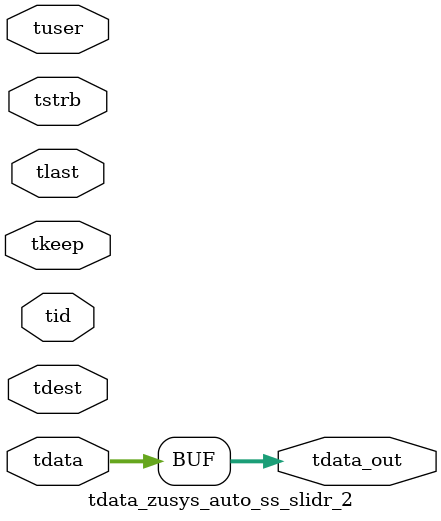
<source format=v>


`timescale 1ps/1ps

module tdata_zusys_auto_ss_slidr_2 #
(
parameter C_S_AXIS_TDATA_WIDTH = 32,
parameter C_S_AXIS_TUSER_WIDTH = 0,
parameter C_S_AXIS_TID_WIDTH   = 0,
parameter C_S_AXIS_TDEST_WIDTH = 0,
parameter C_M_AXIS_TDATA_WIDTH = 32
)
(
input  [(C_S_AXIS_TDATA_WIDTH == 0 ? 1 : C_S_AXIS_TDATA_WIDTH)-1:0     ] tdata,
input  [(C_S_AXIS_TUSER_WIDTH == 0 ? 1 : C_S_AXIS_TUSER_WIDTH)-1:0     ] tuser,
input  [(C_S_AXIS_TID_WIDTH   == 0 ? 1 : C_S_AXIS_TID_WIDTH)-1:0       ] tid,
input  [(C_S_AXIS_TDEST_WIDTH == 0 ? 1 : C_S_AXIS_TDEST_WIDTH)-1:0     ] tdest,
input  [(C_S_AXIS_TDATA_WIDTH/8)-1:0 ] tkeep,
input  [(C_S_AXIS_TDATA_WIDTH/8)-1:0 ] tstrb,
input                                                                    tlast,
output [C_M_AXIS_TDATA_WIDTH-1:0] tdata_out
);

assign tdata_out = {tdata[31:0]};

endmodule


</source>
